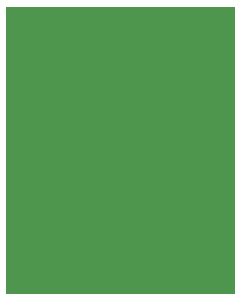
<source format=gbr>
%TF.GenerationSoftware,KiCad,Pcbnew,8.0.2*%
%TF.CreationDate,2024-05-28T12:27:03+02:00*%
%TF.ProjectId,BR_SEMAPHORE,42525f53-454d-4415-9048-4f52452e6b69,rev?*%
%TF.SameCoordinates,Original*%
%TF.FileFunction,Legend,Top*%
%TF.FilePolarity,Positive*%
%FSLAX46Y46*%
G04 Gerber Fmt 4.6, Leading zero omitted, Abs format (unit mm)*
G04 Created by KiCad (PCBNEW 8.0.2) date 2024-05-28 12:27:03*
%MOMM*%
%LPD*%
G01*
G04 APERTURE LIST*
G04 APERTURE END LIST*
G36*
X120098990Y-81724714D02*
G01*
X120144770Y-81777496D01*
X120156000Y-81829061D01*
X120156000Y-105893194D01*
X120136315Y-105960233D01*
X120083511Y-106005988D01*
X120032081Y-106017194D01*
X100849081Y-106029730D01*
X100782029Y-106010089D01*
X100736239Y-105957315D01*
X100725000Y-105905730D01*
X100725000Y-81838192D01*
X100744685Y-81771153D01*
X100797489Y-81725398D01*
X100848941Y-81714192D01*
X120031941Y-81705061D01*
X120098990Y-81724714D01*
G37*
M02*

</source>
